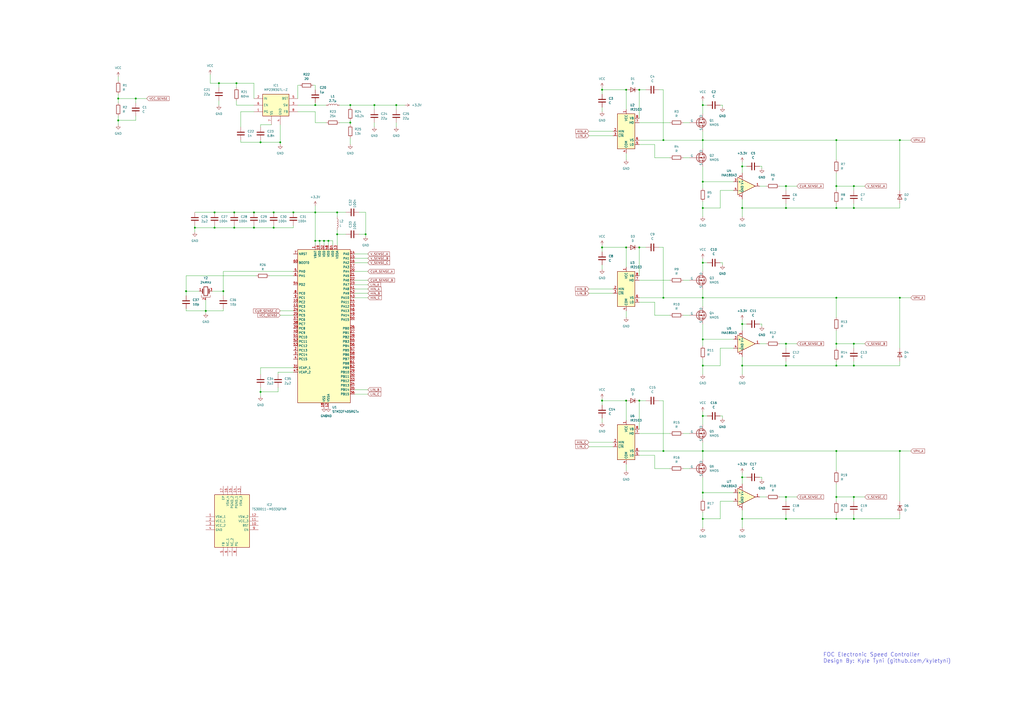
<source format=kicad_sch>
(kicad_sch (version 20230121) (generator eeschema)
  (paper "A2")
  (junction (at 212.09 135.89))
  (junction (at 363.22 143.51))
  (junction (at 129.54 168.91))
  (junction (at 495.3 288.29))
  (junction (at 407.67 285.75))
  (junction (at 363.22 232.41))
  (junction (at 124.46 132.08))
  (junction (at 217.17 60.96))
  (junction (at 135.89 123.19))
  (junction (at 68.58 69.85))
  (junction (at 137.16 48.26))
  (junction (at 124.46 123.19))
  (junction (at 182.88 123.19))
  (junction (at 407.67 172.72))
  (junction (at 187.96 139.7))
  (junction (at 485.14 199.39))
  (junction (at 407.67 261.62))
  (junction (at 158.75 123.19))
  (junction (at 485.14 212.09))
  (junction (at 407.67 196.85))
  (junction (at 107.95 168.91))
  (junction (at 349.25 232.41))
  (junction (at 370.84 232.41))
  (junction (at 455.93 120.65))
  (junction (at 495.3 107.95))
  (junction (at 430.53 300.99))
  (junction (at 151.13 82.55))
  (junction (at 455.93 107.95))
  (junction (at 430.53 96.52))
  (junction (at 370.84 52.07))
  (junction (at 384.81 81.28))
  (junction (at 485.14 172.72))
  (junction (at 407.67 105.41))
  (junction (at 68.58 57.15))
  (junction (at 407.67 60.96))
  (junction (at 407.67 120.65))
  (junction (at 521.97 261.62))
  (junction (at 182.88 139.7))
  (junction (at 495.3 199.39))
  (junction (at 203.2 60.96))
  (junction (at 407.67 81.28))
  (junction (at 407.67 212.09))
  (junction (at 349.25 52.07))
  (junction (at 363.22 52.07))
  (junction (at 407.67 300.99))
  (junction (at 147.32 123.19))
  (junction (at 151.13 227.33))
  (junction (at 190.5 139.7))
  (junction (at 455.93 212.09))
  (junction (at 521.97 81.28))
  (junction (at 407.67 241.3))
  (junction (at 195.58 123.19))
  (junction (at 182.88 60.96))
  (junction (at 135.89 132.08))
  (junction (at 407.67 152.4))
  (junction (at 203.2 71.12))
  (junction (at 170.18 123.19))
  (junction (at 119.38 180.34))
  (junction (at 113.03 132.08))
  (junction (at 485.14 300.99))
  (junction (at 485.14 261.62))
  (junction (at 430.53 187.96))
  (junction (at 430.53 276.86))
  (junction (at 485.14 120.65))
  (junction (at 430.53 120.65))
  (junction (at 485.14 288.29))
  (junction (at 147.32 132.08))
  (junction (at 485.14 107.95))
  (junction (at 495.3 212.09))
  (junction (at 370.84 143.51))
  (junction (at 495.3 120.65))
  (junction (at 384.81 172.72))
  (junction (at 158.75 132.08))
  (junction (at 430.53 212.09))
  (junction (at 455.93 300.99))
  (junction (at 485.14 81.28))
  (junction (at 127 48.26))
  (junction (at 195.58 135.89))
  (junction (at 78.74 57.15))
  (junction (at 349.25 143.51))
  (junction (at 495.3 300.99))
  (junction (at 162.56 82.55))
  (junction (at 384.81 261.62))
  (junction (at 185.42 139.7))
  (junction (at 229.87 60.96))
  (junction (at 521.97 172.72))
  (junction (at 455.93 199.39))
  (junction (at 455.93 288.29))
  (wire (pts (xy 379.73 91.44) (xy 388.62 91.44)))
  (wire (pts (xy 147.32 60.96) (xy 137.16 60.96)))
  (wire (pts (xy 127 48.26) (xy 137.16 48.26)))
  (wire (pts (xy 455.93 199.39) (xy 455.93 201.93)))
  (wire (pts (xy 495.3 288.29) (xy 501.65 288.29)))
  (wire (pts (xy 208.28 123.19) (xy 212.09 123.19)))
  (wire (pts (xy 485.14 212.09) (xy 495.3 212.09)))
  (wire (pts (xy 139.7 64.77) (xy 139.7 73.66)))
  (wire (pts (xy 341.63 256.54) (xy 355.6 256.54)))
  (wire (pts (xy 151.13 72.39) (xy 151.13 73.66)))
  (wire (pts (xy 78.74 69.85) (xy 68.58 69.85)))
  (wire (pts (xy 370.84 81.28) (xy 384.81 81.28)))
  (wire (pts (xy 485.14 288.29) (xy 485.14 290.83)))
  (wire (pts (xy 172.72 49.53) (xy 172.72 57.15)))
  (wire (pts (xy 521.97 172.72) (xy 528.32 172.72)))
  (wire (pts (xy 407.67 58.42) (xy 407.67 60.96)))
  (wire (pts (xy 162.56 83.82) (xy 162.56 82.55)))
  (wire (pts (xy 124.46 132.08) (xy 135.89 132.08)))
  (wire (pts (xy 203.2 71.12) (xy 203.2 72.39)))
  (wire (pts (xy 485.14 81.28) (xy 521.97 81.28)))
  (wire (pts (xy 129.54 157.48) (xy 170.18 157.48)))
  (wire (pts (xy 455.93 107.95) (xy 452.12 107.95)))
  (wire (pts (xy 430.53 120.65) (xy 430.53 125.73)))
  (wire (pts (xy 203.2 62.23) (xy 203.2 60.96)))
  (wire (pts (xy 203.2 69.85) (xy 203.2 71.12)))
  (wire (pts (xy 349.25 143.51) (xy 363.22 143.51)))
  (wire (pts (xy 147.32 123.19) (xy 158.75 123.19)))
  (wire (pts (xy 495.3 300.99) (xy 495.3 298.45)))
  (wire (pts (xy 107.95 180.34) (xy 119.38 180.34)))
  (wire (pts (xy 430.53 185.42) (xy 430.53 187.96)))
  (wire (pts (xy 430.53 276.86) (xy 430.53 280.67)))
  (wire (pts (xy 441.96 187.96) (xy 441.96 189.23)))
  (wire (pts (xy 396.24 182.88) (xy 400.05 182.88)))
  (wire (pts (xy 139.7 64.77) (xy 147.32 64.77)))
  (wire (pts (xy 213.36 157.48) (xy 205.74 157.48)))
  (wire (pts (xy 349.25 52.07) (xy 349.25 54.61)))
  (wire (pts (xy 195.58 135.89) (xy 200.66 135.89)))
  (wire (pts (xy 182.88 60.96) (xy 182.88 59.69)))
  (wire (pts (xy 407.67 76.2) (xy 407.67 81.28)))
  (wire (pts (xy 455.93 118.11) (xy 455.93 120.65)))
  (wire (pts (xy 419.1 152.4) (xy 419.1 153.67)))
  (wire (pts (xy 158.75 132.08) (xy 158.75 130.81)))
  (wire (pts (xy 158.75 123.19) (xy 170.18 123.19)))
  (wire (pts (xy 217.17 73.66) (xy 217.17 71.12)))
  (wire (pts (xy 182.88 49.53) (xy 182.88 52.07)))
  (wire (pts (xy 417.83 300.99) (xy 407.67 300.99)))
  (wire (pts (xy 213.36 172.72) (xy 205.74 172.72)))
  (wire (pts (xy 485.14 172.72) (xy 521.97 172.72)))
  (wire (pts (xy 430.53 120.65) (xy 455.93 120.65)))
  (wire (pts (xy 384.81 81.28) (xy 407.67 81.28)))
  (wire (pts (xy 217.17 63.5) (xy 217.17 60.96)))
  (wire (pts (xy 349.25 52.07) (xy 349.25 50.8)))
  (wire (pts (xy 213.36 165.1) (xy 205.74 165.1)))
  (wire (pts (xy 407.67 116.84) (xy 407.67 120.65)))
  (wire (pts (xy 455.93 199.39) (xy 462.28 199.39)))
  (wire (pts (xy 485.14 120.65) (xy 485.14 118.11)))
  (wire (pts (xy 113.03 130.81) (xy 113.03 132.08)))
  (wire (pts (xy 407.67 86.36) (xy 407.67 81.28)))
  (wire (pts (xy 213.36 147.32) (xy 205.74 147.32)))
  (wire (pts (xy 127 58.42) (xy 127 60.96)))
  (wire (pts (xy 170.18 130.81) (xy 170.18 132.08)))
  (wire (pts (xy 349.25 232.41) (xy 349.25 231.14)))
  (wire (pts (xy 382.27 52.07) (xy 384.81 52.07)))
  (wire (pts (xy 349.25 52.07) (xy 363.22 52.07)))
  (wire (pts (xy 370.84 162.56) (xy 388.62 162.56)))
  (wire (pts (xy 195.58 135.89) (xy 195.58 142.24)))
  (wire (pts (xy 370.84 71.12) (xy 388.62 71.12)))
  (wire (pts (xy 485.14 191.77) (xy 485.14 199.39)))
  (wire (pts (xy 68.58 72.39) (xy 68.58 69.85)))
  (wire (pts (xy 407.67 241.3) (xy 407.67 246.38)))
  (wire (pts (xy 455.93 107.95) (xy 455.93 110.49)))
  (wire (pts (xy 229.87 73.66) (xy 229.87 71.12)))
  (wire (pts (xy 485.14 280.67) (xy 485.14 288.29)))
  (wire (pts (xy 370.84 232.41) (xy 374.65 232.41)))
  (wire (pts (xy 370.84 264.16) (xy 379.73 264.16)))
  (wire (pts (xy 172.72 64.77) (xy 182.88 64.77)))
  (wire (pts (xy 485.14 120.65) (xy 495.3 120.65)))
  (wire (pts (xy 384.81 261.62) (xy 407.67 261.62)))
  (wire (pts (xy 341.63 76.2) (xy 355.6 76.2)))
  (wire (pts (xy 182.88 123.19) (xy 182.88 139.7)))
  (wire (pts (xy 217.17 60.96) (xy 229.87 60.96)))
  (wire (pts (xy 430.53 300.99) (xy 455.93 300.99)))
  (wire (pts (xy 182.88 139.7) (xy 182.88 142.24)))
  (wire (pts (xy 78.74 57.15) (xy 85.09 57.15)))
  (wire (pts (xy 407.67 297.18) (xy 407.67 300.99)))
  (wire (pts (xy 363.22 52.07) (xy 363.22 63.5)))
  (wire (pts (xy 151.13 82.55) (xy 151.13 81.28)))
  (wire (pts (xy 485.14 199.39) (xy 485.14 201.93)))
  (wire (pts (xy 495.3 199.39) (xy 495.3 201.93)))
  (wire (pts (xy 137.16 60.96) (xy 137.16 58.42)))
  (wire (pts (xy 370.84 83.82) (xy 379.73 83.82)))
  (wire (pts (xy 363.22 143.51) (xy 363.22 154.94)))
  (wire (pts (xy 485.14 107.95) (xy 485.14 110.49)))
  (wire (pts (xy 203.2 83.82) (xy 203.2 80.01)))
  (wire (pts (xy 196.85 60.96) (xy 203.2 60.96)))
  (wire (pts (xy 419.1 60.96) (xy 419.1 62.23)))
  (wire (pts (xy 349.25 62.23) (xy 349.25 64.77)))
  (wire (pts (xy 382.27 232.41) (xy 384.81 232.41)))
  (wire (pts (xy 495.3 107.95) (xy 495.3 110.49)))
  (wire (pts (xy 430.53 212.09) (xy 455.93 212.09)))
  (wire (pts (xy 455.93 209.55) (xy 455.93 212.09)))
  (wire (pts (xy 425.45 290.83) (xy 417.83 290.83)))
  (wire (pts (xy 430.53 274.32) (xy 430.53 276.86)))
  (wire (pts (xy 407.67 276.86) (xy 407.67 285.75)))
  (wire (pts (xy 135.89 123.19) (xy 147.32 123.19)))
  (wire (pts (xy 379.73 182.88) (xy 388.62 182.88)))
  (wire (pts (xy 407.67 60.96) (xy 407.67 66.04)))
  (wire (pts (xy 455.93 298.45) (xy 455.93 300.99)))
  (wire (pts (xy 485.14 300.99) (xy 495.3 300.99)))
  (wire (pts (xy 440.69 288.29) (xy 444.5 288.29)))
  (wire (pts (xy 182.88 60.96) (xy 189.23 60.96)))
  (wire (pts (xy 407.67 96.52) (xy 407.67 105.41)))
  (wire (pts (xy 379.73 175.26) (xy 379.73 182.88)))
  (wire (pts (xy 68.58 44.45) (xy 68.58 46.99)))
  (wire (pts (xy 341.63 167.64) (xy 355.6 167.64)))
  (wire (pts (xy 203.2 60.96) (xy 217.17 60.96)))
  (wire (pts (xy 68.58 57.15) (xy 68.58 59.69)))
  (wire (pts (xy 407.67 261.62) (xy 485.14 261.62)))
  (wire (pts (xy 407.67 105.41) (xy 425.45 105.41)))
  (wire (pts (xy 363.22 232.41) (xy 363.22 243.84)))
  (wire (pts (xy 485.14 300.99) (xy 485.14 298.45)))
  (wire (pts (xy 349.25 232.41) (xy 363.22 232.41)))
  (wire (pts (xy 195.58 133.35) (xy 195.58 135.89)))
  (wire (pts (xy 349.25 232.41) (xy 349.25 234.95)))
  (wire (pts (xy 425.45 201.93) (xy 417.83 201.93)))
  (wire (pts (xy 190.5 139.7) (xy 187.96 139.7)))
  (wire (pts (xy 370.84 143.51) (xy 370.84 160.02)))
  (wire (pts (xy 147.32 132.08) (xy 158.75 132.08)))
  (wire (pts (xy 407.67 105.41) (xy 407.67 109.22)))
  (wire (pts (xy 407.67 152.4) (xy 407.67 157.48)))
  (wire (pts (xy 433.07 276.86) (xy 430.53 276.86)))
  (wire (pts (xy 349.25 143.51) (xy 349.25 142.24)))
  (wire (pts (xy 495.3 120.65) (xy 521.97 120.65)))
  (wire (pts (xy 151.13 72.39) (xy 157.48 72.39)))
  (wire (pts (xy 384.81 172.72) (xy 407.67 172.72)))
  (wire (pts (xy 495.3 107.95) (xy 501.65 107.95)))
  (wire (pts (xy 455.93 199.39) (xy 452.12 199.39)))
  (wire (pts (xy 187.96 139.7) (xy 185.42 139.7)))
  (wire (pts (xy 485.14 212.09) (xy 485.14 209.55)))
  (wire (pts (xy 135.89 132.08) (xy 147.32 132.08)))
  (wire (pts (xy 137.16 48.26) (xy 147.32 48.26)))
  (wire (pts (xy 213.36 170.18) (xy 205.74 170.18)))
  (wire (pts (xy 419.1 241.3) (xy 419.1 242.57)))
  (wire (pts (xy 123.19 168.91) (xy 129.54 168.91)))
  (wire (pts (xy 407.67 196.85) (xy 407.67 200.66)))
  (wire (pts (xy 441.96 276.86) (xy 441.96 278.13)))
  (wire (pts (xy 495.3 120.65) (xy 495.3 118.11)))
  (wire (pts (xy 162.56 182.88) (xy 170.18 182.88)))
  (wire (pts (xy 407.67 300.99) (xy 407.67 306.07)))
  (wire (pts (xy 78.74 57.15) (xy 78.74 59.69)))
  (wire (pts (xy 182.88 119.38) (xy 182.88 123.19)))
  (wire (pts (xy 161.29 224.79) (xy 161.29 227.33)))
  (wire (pts (xy 182.88 71.12) (xy 189.23 71.12)))
  (wire (pts (xy 396.24 271.78) (xy 400.05 271.78)))
  (wire (pts (xy 433.07 187.96) (xy 430.53 187.96)))
  (wire (pts (xy 193.04 139.7) (xy 190.5 139.7)))
  (wire (pts (xy 430.53 207.01) (xy 430.53 212.09)))
  (wire (pts (xy 495.3 212.09) (xy 495.3 209.55)))
  (wire (pts (xy 407.67 81.28) (xy 485.14 81.28)))
  (wire (pts (xy 172.72 60.96) (xy 182.88 60.96)))
  (wire (pts (xy 485.14 261.62) (xy 485.14 273.05)))
  (wire (pts (xy 182.88 123.19) (xy 195.58 123.19)))
  (wire (pts (xy 417.83 110.49) (xy 417.83 120.65)))
  (wire (pts (xy 229.87 60.96) (xy 234.95 60.96)))
  (wire (pts (xy 182.88 64.77) (xy 182.88 71.12)))
  (wire (pts (xy 151.13 213.36) (xy 151.13 217.17)))
  (wire (pts (xy 455.93 120.65) (xy 485.14 120.65)))
  (wire (pts (xy 396.24 91.44) (xy 400.05 91.44)))
  (wire (pts (xy 156.21 160.02) (xy 170.18 160.02)))
  (wire (pts (xy 185.42 139.7) (xy 182.88 139.7)))
  (wire (pts (xy 68.58 54.61) (xy 68.58 57.15)))
  (wire (pts (xy 119.38 180.34) (xy 129.54 180.34)))
  (wire (pts (xy 485.14 107.95) (xy 495.3 107.95)))
  (wire (pts (xy 430.53 93.98) (xy 430.53 96.52)))
  (wire (pts (xy 417.83 241.3) (xy 419.1 241.3)))
  (wire (pts (xy 521.97 172.72) (xy 521.97 201.93)))
  (wire (pts (xy 440.69 276.86) (xy 441.96 276.86)))
  (wire (pts (xy 407.67 167.64) (xy 407.67 172.72)))
  (wire (pts (xy 129.54 168.91) (xy 129.54 157.48)))
  (wire (pts (xy 379.73 83.82) (xy 379.73 91.44)))
  (wire (pts (xy 382.27 143.51) (xy 384.81 143.51)))
  (wire (pts (xy 147.32 130.81) (xy 147.32 132.08)))
  (wire (pts (xy 485.14 81.28) (xy 485.14 92.71)))
  (wire (pts (xy 113.03 134.62) (xy 113.03 132.08)))
  (wire (pts (xy 137.16 50.8) (xy 137.16 48.26)))
  (wire (pts (xy 121.92 48.26) (xy 121.92 43.18)))
  (wire (pts (xy 107.95 160.02) (xy 148.59 160.02)))
  (wire (pts (xy 190.5 142.24) (xy 190.5 139.7)))
  (wire (pts (xy 370.84 251.46) (xy 388.62 251.46)))
  (wire (pts (xy 151.13 82.55) (xy 162.56 82.55)))
  (wire (pts (xy 170.18 213.36) (xy 151.13 213.36)))
  (wire (pts (xy 68.58 57.15) (xy 78.74 57.15)))
  (wire (pts (xy 182.88 49.53) (xy 181.61 49.53)))
  (wire (pts (xy 485.14 288.29) (xy 495.3 288.29)))
  (wire (pts (xy 379.73 264.16) (xy 379.73 271.78)))
  (wire (pts (xy 430.53 295.91) (xy 430.53 300.99)))
  (wire (pts (xy 370.84 261.62) (xy 384.81 261.62)))
  (wire (pts (xy 440.69 107.95) (xy 444.5 107.95)))
  (wire (pts (xy 195.58 123.19) (xy 200.66 123.19)))
  (wire (pts (xy 440.69 187.96) (xy 441.96 187.96)))
  (wire (pts (xy 396.24 71.12) (xy 400.05 71.12)))
  (wire (pts (xy 370.84 232.41) (xy 370.84 248.92)))
  (wire (pts (xy 213.36 152.4) (xy 205.74 152.4)))
  (wire (pts (xy 68.58 69.85) (xy 68.58 67.31)))
  (wire (pts (xy 124.46 123.19) (xy 135.89 123.19)))
  (wire (pts (xy 407.67 196.85) (xy 425.45 196.85)))
  (wire (pts (xy 208.28 135.89) (xy 212.09 135.89)))
  (wire (pts (xy 407.67 212.09) (xy 407.67 217.17)))
  (wire (pts (xy 521.97 261.62) (xy 528.32 261.62)))
  (wire (pts (xy 151.13 229.87) (xy 151.13 227.33)))
  (wire (pts (xy 78.74 69.85) (xy 78.74 67.31)))
  (wire (pts (xy 495.3 212.09) (xy 521.97 212.09)))
  (wire (pts (xy 129.54 168.91) (xy 129.54 171.45)))
  (wire (pts (xy 173.99 49.53) (xy 172.72 49.53)))
  (wire (pts (xy 440.69 96.52) (xy 441.96 96.52)))
  (wire (pts (xy 212.09 123.19) (xy 212.09 135.89)))
  (wire (pts (xy 407.67 172.72) (xy 485.14 172.72)))
  (wire (pts (xy 185.42 142.24) (xy 185.42 139.7)))
  (wire (pts (xy 349.25 242.57) (xy 349.25 245.11)))
  (wire (pts (xy 485.14 100.33) (xy 485.14 107.95)))
  (wire (pts (xy 521.97 209.55) (xy 521.97 212.09)))
  (wire (pts (xy 187.96 142.24) (xy 187.96 139.7)))
  (wire (pts (xy 455.93 107.95) (xy 462.28 107.95)))
  (wire (pts (xy 521.97 298.45) (xy 521.97 300.99)))
  (wire (pts (xy 349.25 143.51) (xy 349.25 146.05)))
  (wire (pts (xy 417.83 60.96) (xy 419.1 60.96)))
  (wire (pts (xy 363.22 269.24) (xy 363.22 273.05)))
  (wire (pts (xy 455.93 212.09) (xy 485.14 212.09)))
  (wire (pts (xy 407.67 208.28) (xy 407.67 212.09)))
  (wire (pts (xy 407.67 177.8) (xy 407.67 172.72)))
  (wire (pts (xy 363.22 88.9) (xy 363.22 92.71)))
  (wire (pts (xy 124.46 130.81) (xy 124.46 132.08)))
  (wire (pts (xy 170.18 132.08) (xy 158.75 132.08)))
  (wire (pts (xy 161.29 227.33) (xy 151.13 227.33)))
  (wire (pts (xy 430.53 115.57) (xy 430.53 120.65)))
  (wire (pts (xy 193.04 142.24) (xy 193.04 139.7)))
  (wire (pts (xy 370.84 172.72) (xy 384.81 172.72)))
  (wire (pts (xy 521.97 81.28) (xy 521.97 110.49)))
  (wire (pts (xy 407.67 149.86) (xy 407.67 152.4)))
  (wire (pts (xy 521.97 261.62) (xy 521.97 290.83)))
  (wire (pts (xy 170.18 123.19) (xy 182.88 123.19)))
  (wire (pts (xy 349.25 153.67) (xy 349.25 156.21)))
  (wire (pts (xy 455.93 288.29) (xy 455.93 290.83)))
  (wire (pts (xy 107.95 179.07) (xy 107.95 180.34)))
  (wire (pts (xy 139.7 82.55) (xy 151.13 82.55)))
  (wire (pts (xy 396.24 251.46) (xy 400.05 251.46)))
  (wire (pts (xy 121.92 48.26) (xy 127 48.26)))
  (wire (pts (xy 161.29 215.9) (xy 161.29 217.17)))
  (wire (pts (xy 119.38 181.61) (xy 119.38 180.34)))
  (wire (pts (xy 407.67 256.54) (xy 407.67 261.62)))
  (wire (pts (xy 417.83 152.4) (xy 419.1 152.4)))
  (wire (pts (xy 139.7 82.55) (xy 139.7 81.28)))
  (wire (pts (xy 410.21 152.4) (xy 407.67 152.4)))
  (wire (pts (xy 441.96 96.52) (xy 441.96 97.79)))
  (wire (pts (xy 113.03 123.19) (xy 124.46 123.19)))
  (wire (pts (xy 341.63 170.18) (xy 355.6 170.18)))
  (wire (pts (xy 196.85 71.12) (xy 203.2 71.12)))
  (wire (pts (xy 417.83 120.65) (xy 407.67 120.65)))
  (wire (pts (xy 495.3 300.99) (xy 521.97 300.99)))
  (wire (pts (xy 433.07 96.52) (xy 430.53 96.52)))
  (wire (pts (xy 396.24 162.56) (xy 400.05 162.56)))
  (wire (pts (xy 407.67 120.65) (xy 407.67 125.73)))
  (wire (pts (xy 430.53 187.96) (xy 430.53 191.77)))
  (wire (pts (xy 384.81 261.62) (xy 384.81 232.41)))
  (wire (pts (xy 113.03 132.08) (xy 124.46 132.08)))
  (wire (pts (xy 455.93 300.99) (xy 485.14 300.99)))
  (wire (pts (xy 407.67 238.76) (xy 407.67 241.3)))
  (wire (pts (xy 135.89 130.81) (xy 135.89 132.08)))
  (wire (pts (xy 212.09 135.89) (xy 212.09 137.16)))
  (wire (pts (xy 363.22 180.34) (xy 363.22 184.15)))
  (wire (pts (xy 485.14 172.72) (xy 485.14 184.15)))
  (wire (pts (xy 147.32 48.26) (xy 147.32 57.15)))
  (wire (pts (xy 440.69 199.39) (xy 444.5 199.39)))
  (wire (pts (xy 495.3 199.39) (xy 501.65 199.39)))
  (wire (pts (xy 379.73 271.78) (xy 388.62 271.78)))
  (wire (pts (xy 170.18 215.9) (xy 161.29 215.9)))
  (wire (pts (xy 455.93 288.29) (xy 462.28 288.29)))
  (wire (pts (xy 485.14 199.39) (xy 495.3 199.39)))
  (wire (pts (xy 407.67 266.7) (xy 407.67 261.62)))
  (wire (pts (xy 107.95 168.91) (xy 107.95 160.02)))
  (wire (pts (xy 485.14 261.62) (xy 521.97 261.62)))
  (wire (pts (xy 213.36 149.86) (xy 205.74 149.86)))
  (wire (pts (xy 407.67 285.75) (xy 407.67 289.56)))
  (wire (pts (xy 370.84 52.07) (xy 370.84 68.58)))
  (wire (pts (xy 151.13 227.33) (xy 151.13 224.79)))
  (wire (pts (xy 195.58 123.19) (xy 195.58 125.73)))
  (wire (pts (xy 370.84 52.07) (xy 374.65 52.07)))
  (wire (pts (xy 430.53 212.09) (xy 430.53 217.17)))
  (wire (pts (xy 521.97 81.28) (xy 528.32 81.28)))
  (wire (pts (xy 407.67 285.75) (xy 425.45 285.75)))
  (wire (pts (xy 417.83 212.09) (xy 407.67 212.09)))
  (wire (pts (xy 129.54 179.07) (xy 129.54 180.34)))
  (wire (pts (xy 417.83 290.83) (xy 417.83 300.99)))
  (wire (pts (xy 410.21 241.3) (xy 407.67 241.3)))
  (wire (pts (xy 430.53 96.52) (xy 430.53 100.33)))
  (wire (pts (xy 119.38 173.99) (xy 119.38 180.34)))
  (wire (pts (xy 455.93 288.29) (xy 452.12 288.29)))
  (wire (pts (xy 213.36 228.6) (xy 205.74 228.6)))
  (wire (pts (xy 115.57 168.91) (xy 107.95 168.91)))
  (wire (pts (xy 127 50.8) (xy 127 48.26)))
  (wire (pts (xy 384.81 172.72) (xy 384.81 143.51)))
  (wire (pts (xy 229.87 63.5) (xy 229.87 60.96)))
  (wire (pts (xy 370.84 143.51) (xy 374.65 143.51)))
  (wire (pts (xy 341.63 259.08) (xy 355.6 259.08)))
  (wire (pts (xy 417.83 201.93) (xy 417.83 212.09)))
  (wire (pts (xy 495.3 288.29) (xy 495.3 290.83)))
  (wire (pts (xy 521.97 118.11) (xy 521.97 120.65)))
  (wire (pts (xy 341.63 78.74) (xy 355.6 78.74)))
  (wire (pts (xy 162.56 72.39) (xy 162.56 82.55)))
  (wire (pts (xy 407.67 187.96) (xy 407.67 196.85)))
  (wire (pts (xy 384.81 81.28) (xy 384.81 52.07)))
  (wire (pts (xy 213.36 167.64) (xy 205.74 167.64)))
  (wire (pts (xy 213.36 162.56) (xy 205.74 162.56)))
  (wire (pts (xy 370.84 175.26) (xy 379.73 175.26)))
  (wire (pts (xy 410.21 60.96) (xy 407.67 60.96)))
  (wire (pts (xy 107.95 168.91) (xy 107.95 171.45)))
  (wire (pts (xy 213.36 226.06) (xy 205.74 226.06)))
  (wire (pts (xy 425.45 110.49) (xy 417.83 110.49)))
  (wire (pts (xy 170.18 180.34) (xy 162.56 180.34)))
  (wire (pts (xy 430.53 300.99) (xy 430.53 306.07)))
  (text "FOC Electronic Speed Controller\nDesign By: Kyle Tyni (github.com/kyletyni)" (at 477.52 384.81 0) (effects (font (size 2.27 2.27)) (justify left bottom)))
  (global_label "HIN_B" (shape input) (at 213.36 170.18 0) (property "Intersheetrefs" "${INTERSHEET_REFS}" (effects hide)))
  (global_label "VCC_SENSE" (shape input) (at 162.56 182.88 180) (property "Intersheetrefs" "${INTERSHEET_REFS}" (effects hide)))
  (global_label "HIN_A" (shape input) (at 341.63 76.2 180) (property "Intersheetrefs" "${INTERSHEET_REFS}" (effects hide)))
  (global_label "LIN_A" (shape input) (at 213.36 165.1 0) (property "Intersheetrefs" "${INTERSHEET_REFS}" (effects hide)))
  (global_label "HIN_C" (shape input) (at 341.63 256.54 180) (property "Intersheetrefs" "${INTERSHEET_REFS}" (effects hide)))
  (global_label "LIN_C" (shape input) (at 341.63 259.08 180) (property "Intersheetrefs" "${INTERSHEET_REFS}" (effects hide)))
  (global_label "CUR_SENSE_C" (shape input) (at 162.56 180.34 180) (property "Intersheetrefs" "${INTERSHEET_REFS}" (effects hide)))
  (global_label "CUR_SENSE_C" (shape input) (at 462.28 288.29 0) (property "Intersheetrefs" "${INTERSHEET_REFS}" (effects hide)))
  (global_label "VPH_A" (shape input) (at 528.32 261.62 0) (property "Intersheetrefs" "${INTERSHEET_REFS}" (effects hide)))
  (global_label "V_SENSE_B" (shape input) (at 213.36 149.86 0) (property "Intersheetrefs" "${INTERSHEET_REFS}" (effects hide)))
  (global_label "LIN_A" (shape input) (at 341.63 78.74 180) (property "Intersheetrefs" "${INTERSHEET_REFS}" (effects hide)))
  (global_label "V_SENSE_C" (shape input) (at 213.36 152.4 0) (property "Intersheetrefs" "${INTERSHEET_REFS}" (effects hide)))
  (global_label "V_SENSE_A" (shape input) (at 501.65 107.95 0) (property "Intersheetrefs" "${INTERSHEET_REFS}" (effects hide)))
  (global_label "CUR_SENSE_B" (shape input) (at 462.28 199.39 0) (property "Intersheetrefs" "${INTERSHEET_REFS}" (effects hide)))
  (global_label "CUR_SENSE_B" (shape input) (at 213.36 162.56 0) (property "Intersheetrefs" "${INTERSHEET_REFS}" (effects hide)))
  (global_label "HIN_A" (shape input) (at 213.36 167.64 0) (property "Intersheetrefs" "${INTERSHEET_REFS}" (effects hide)))
  (global_label "CUR_SENSE_A" (shape input) (at 213.36 157.48 0) (property "Intersheetrefs" "${INTERSHEET_REFS}" (effects hide)))
  (global_label "LIN_B" (shape input) (at 341.63 170.18 180) (property "Intersheetrefs" "${INTERSHEET_REFS}" (effects hide)))
  (global_label "CUR_SENSE_A" (shape input) (at 462.28 107.95 0) (property "Intersheetrefs" "${INTERSHEET_REFS}" (effects hide)))
  (global_label "HIN_C" (shape input) (at 213.36 172.72 0) (property "Intersheetrefs" "${INTERSHEET_REFS}" (effects hide)))
  (global_label "LIN_C" (shape input) (at 213.36 228.6 0) (property "Intersheetrefs" "${INTERSHEET_REFS}" (effects hide)))
  (global_label "VPH_A" (shape input) (at 528.32 172.72 0) (property "Intersheetrefs" "${INTERSHEET_REFS}" (effects hide)))
  (global_label "LIN_B" (shape input) (at 213.36 226.06 0) (property "Intersheetrefs" "${INTERSHEET_REFS}" (effects hide)))
  (global_label "V_SENSE_A" (shape input) (at 213.36 147.32 0) (property "Intersheetrefs" "${INTERSHEET_REFS}" (effects hide)))
  (global_label "VCC_SENSE" (shape input) (at 85.09 57.15 0) (property "Intersheetrefs" "${INTERSHEET_REFS}" (effects hide)))
  (global_label "VPH_A" (shape input) (at 528.32 81.28 0) (property "Intersheetrefs" "${INTERSHEET_REFS}" (effects hide)))
  (global_label "HIN_B" (shape input) (at 341.63 167.64 180) (property "Intersheetrefs" "${INTERSHEET_REFS}" (effects hide)))
  (global_label "V_SENSE_C" (shape input) (at 501.65 288.29 0) (property "Intersheetrefs" "${INTERSHEET_REFS}" (effects hide)))
  (global_label "V_SENSE_B" (shape input) (at 501.65 199.39 0) (property "Intersheetrefs" "${INTERSHEET_REFS}" (effects hide)))
  (symbol (lib_id "Simulation_SPICE:NMOS") (at 405.13 182.88 0) (unit 1)
    (property "Reference" "Q4" (at 411.48 181.61 0) (effects (justify left)))
    (property "Value" "NMOS" (at 411.48 184.15 0) (effects (justify left)))
    (property "Datasheet" "https://ngspice.sourceforge.io/docs/ngspice-manual.pdf" (effects hide))
    (property "Sim.Device" "NMOS" (effects hide))
    (property "Sim.Type" "VDMOS" (effects hide))
    (property "Sim.Pins" "1=D 2=G 3=S" (effects hide))
  )
  (symbol (lib_id "Driver_FET:IR2103") (at 363.22 167.64 0) (unit 1)
    (property "Reference" "U3" (at 365.4141 152.4 0) (effects (justify left)))
    (property "Value" "IR2103" (at 365.4141 154.94 0) (effects (justify left)))
    (property "Footprint" "Package_SO:SOIC-8_3.9x4.9mm_P1.27mm" (effects hide))
    (property "Datasheet" "https://www.infineon.com/dgdl/ir2103.pdf?fileId=5546d462533600a4015355c7b54b166f" (effects hide))
  )
  (symbol (lib_id "Device:R") (at 392.43 182.88 90) (unit 1)
    (property "Reference" "R10" (at 392.43 176.53 90))
    (property "Value" "R" (at 392.43 179.07 90))
  )
  (symbol (lib_id "Device:R") (at 485.14 294.64 0) (unit 1)
    (property "Reference" "R20" (at 487.68 293.37 0) (effects (justify left)))
    (property "Value" "R" (at 487.68 295.91 0) (effects (justify left)))
  )
  (symbol (lib_id "Simulation_SPICE:NMOS") (at 405.13 271.78 0) (unit 1)
    (property "Reference" "Q6" (at 411.48 270.51 0) (effects (justify left)))
    (property "Value" "NMOS" (at 411.48 273.05 0) (effects (justify left)))
    (property "Datasheet" "https://ngspice.sourceforge.io/docs/ngspice-manual.pdf" (effects hide))
    (property "Sim.Device" "NMOS" (effects hide))
    (property "Sim.Type" "VDMOS" (effects hide))
    (property "Sim.Pins" "1=D 2=G 3=S" (effects hide))
  )
  (symbol (lib_id "Device:R") (at 407.67 293.37 180) (unit 1)
    (property "Reference" "R17" (at 410.21 292.1 0) (effects (justify right)))
    (property "Value" "R" (at 410.21 294.64 0) (effects (justify right)))
  )
  (symbol (lib_id "Device:C") (at 495.3 294.64 180) (unit 1)
    (property "Reference" "C19" (at 499.11 293.37 0) (effects (justify right)))
    (property "Value" "C" (at 499.11 295.91 0) (effects (justify right)))
  )
  (symbol (lib_id "Device:C") (at 158.75 127 180) (unit 1)
    (property "Reference" "C30" (at 166.37 125.73 0) (effects (justify left)))
    (property "Value" "100n" (at 166.37 128.27 0) (effects (justify left)))
  )
  (symbol (lib_id "Device:C") (at 414.02 241.3 270) (unit 1)
    (property "Reference" "C16" (at 414.02 233.68 90))
    (property "Value" "C" (at 414.02 236.22 90))
  )
  (symbol (lib_id "Device:R") (at 68.58 50.8 0) (unit 1)
    (property "Reference" "R1" (at 71.12 49.53 0) (effects (justify left)))
    (property "Value" "R" (at 71.12 52.07 0) (effects (justify left)))
  )
  (symbol (lib_id "power:GND") (at 119.38 181.61 0) (unit 1)
    (property "Reference" "#PWR037" (effects hide))
    (property "Value" "GND" (at 119.38 186.69 0))
  )
  (symbol (lib_id "Device:C") (at 170.18 127 180) (unit 1)
    (property "Reference" "C31" (at 177.8 125.73 0) (effects (justify left)))
    (property "Value" "100n" (at 177.8 128.27 0) (effects (justify left)))
  )
  (symbol (lib_id "power:GND") (at 127 60.96 0) (unit 1)
    (property "Reference" "#PWR032" (effects hide))
    (property "Value" "GND" (at 127 66.04 0))
  )
  (symbol (lib_id "TS30011-M033QFNR:TS30011-M033QFNR") (at 119.38 299.72 0) (unit 1)
    (property "Reference" "IC2" (at 156.21 292.7919 0))
    (property "Value" "TS30011-M033QFNR" (at 156.21 295.3319 0))
    (property "Footprint" "QFN50P300X300X100-17N-D" (effects hide))
    (property "Height" "1" (effects hide))
    (property "Mouser Part Number" "947-TS30011-M033QFNR" (effects hide))
    (property "Mouser Price/Stock" "https://www.mouser.co.uk/ProductDetail/Semtech/TS30011-M033QFNR?qs=EumP11lMQtPTVwa8jI%252BACw%3D%3D" (effects hide))
    (property "Manufacturer_Name" "SEMTECH" (effects hide))
    (property "Manufacturer_Part_Number" "TS30011-M033QFNR" (effects hide))
  )
  (symbol (lib_id "Device:R") (at 392.43 162.56 90) (unit 1)
    (property "Reference" "R9" (at 392.43 156.21 90))
    (property "Value" "R" (at 392.43 158.75 90))
  )
  (symbol (lib_id "power:GND") (at 430.53 217.17 0) (unit 1)
    (property "Reference" "#PWR019" (effects hide))
    (property "Value" "GND" (at 430.53 222.25 0))
  )
  (symbol (lib_id "Device:C") (at 217.17 67.31 180) (unit 1)
    (property "Reference" "C24" (at 224.79 66.04 0) (effects (justify left)))
    (property "Value" "22µ" (at 224.79 68.58 0) (effects (justify left)))
  )
  (symbol (lib_id "Device:C") (at 139.7 77.47 0) (unit 1)
    (property "Reference" "C22" (at 143.51 76.2 0) (effects (justify left)))
    (property "Value" "1n" (at 143.51 78.74 0) (effects (justify left)))
  )
  (symbol (lib_id "power:GND") (at 217.17 73.66 0) (unit 1)
    (property "Reference" "#PWR034" (effects hide))
    (property "Value" "GND" (at 217.17 78.74 0))
  )
  (symbol (lib_id "power:+3.3V") (at 430.53 185.42 0) (unit 1)
    (property "Reference" "#PWR018" (effects hide))
    (property "Value" "+3.3V" (at 430.53 180.34 0))
  )
  (symbol (lib_id "Device:C") (at 204.47 135.89 270) (unit 1)
    (property "Reference" "C33" (at 203.2 128.27 0) (effects (justify left)))
    (property "Value" "100n" (at 205.74 128.27 0) (effects (justify left)))
  )
  (symbol (lib_id "power:+3.3V") (at 430.53 274.32 0) (unit 1)
    (property "Reference" "#PWR027" (effects hide))
    (property "Value" "+3.3V" (at 430.53 269.24 0))
  )
  (symbol (lib_id "Device:C") (at 436.88 187.96 90) (unit 1)
    (property "Reference" "C11" (at 436.88 180.34 90))
    (property "Value" "C" (at 436.88 182.88 90))
  )
  (symbol (lib_id "Device:C") (at 135.89 127 180) (unit 1)
    (property "Reference" "C28" (at 143.51 125.73 0) (effects (justify left)))
    (property "Value" "100n" (at 143.51 128.27 0) (effects (justify left)))
  )
  (symbol (lib_id "Device:C") (at 129.54 175.26 180) (unit 1)
    (property "Reference" "C36" (at 137.16 173.99 0) (effects (justify left)))
    (property "Value" "10p" (at 137.16 176.53 0) (effects (justify left)))
  )
  (symbol (lib_id "Device:R") (at 448.31 288.29 270) (unit 1)
    (property "Reference" "R18" (at 448.31 281.94 90))
    (property "Value" "R" (at 448.31 284.48 90))
  )
  (symbol (lib_id "Device:R") (at 485.14 276.86 0) (unit 1)
    (property "Reference" "R19" (at 487.68 275.59 0) (effects (justify left)))
    (property "Value" "R" (at 487.68 278.13 0) (effects (justify left)))
  )
  (symbol (lib_id "Device:R") (at 407.67 204.47 180) (unit 1)
    (property "Reference" "R11" (at 410.21 203.2 0) (effects (justify right)))
    (property "Value" "R" (at 410.21 205.74 0) (effects (justify right)))
  )
  (symbol (lib_id "power:GND") (at 212.09 137.16 0) (unit 1)
    (property "Reference" "#PWR041" (effects hide))
    (property "Value" "GND" (at 212.09 142.24 0))
  )
  (symbol (lib_id "power:GND") (at 190.5 236.22 0) (unit 1)
    (property "Reference" "#PWR042" (effects hide))
    (property "Value" "GND" (at 190.5 241.3 0))
  )
  (symbol (lib_id "power:VCC") (at 407.67 58.42 0) (unit 1)
    (property "Reference" "#PWR03" (effects hide))
    (property "Value" "VCC" (at 407.67 53.34 0))
  )
  (symbol (lib_id "power:VCC") (at 349.25 50.8 0) (unit 1)
    (property "Reference" "#PWR06" (effects hide))
    (property "Value" "VCC" (at 349.25 45.72 0))
  )
  (symbol (lib_id "Device:C") (at 378.46 52.07 270) (unit 1)
    (property "Reference" "C4" (at 378.46 44.45 90))
    (property "Value" "C" (at 378.46 46.99 90))
  )
  (symbol (lib_id "Device:C") (at 204.47 123.19 270) (unit 1)
    (property "Reference" "C32" (at 203.2 115.57 0) (effects (justify left)))
    (property "Value" "100n" (at 205.74 115.57 0) (effects (justify left)))
  )
  (symbol (lib_id "Device:C") (at 455.93 205.74 180) (unit 1)
    (property "Reference" "C12" (at 459.74 204.47 0) (effects (justify right)))
    (property "Value" "C" (at 459.74 207.01 0) (effects (justify right)))
  )
  (symbol (lib_id "power:VCC") (at 121.92 43.18 0) (unit 1)
    (property "Reference" "#PWR030" (effects hide))
    (property "Value" "VCC" (at 121.92 38.1 0))
  )
  (symbol (lib_id "power:GND") (at 407.67 217.17 0) (unit 1)
    (property "Reference" "#PWR016" (effects hide))
    (property "Value" "GND" (at 407.67 222.25 0))
  )
  (symbol (lib_id "Device:C") (at 127 54.61 0) (unit 1)
    (property "Reference" "C21" (at 118.11 52.07 0) (effects (justify left)))
    (property "Value" "22µ" (at 118.11 54.61 0) (effects (justify left)))
  )
  (symbol (lib_id "Device:R") (at 392.43 91.44 90) (unit 1)
    (property "Reference" "R4" (at 392.43 85.09 90))
    (property "Value" "R" (at 392.43 87.63 90))
  )
  (symbol (lib_id "Device:R") (at 485.14 187.96 0) (unit 1)
    (property "Reference" "R13" (at 487.68 186.69 0) (effects (justify left)))
    (property "Value" "R" (at 487.68 189.23 0) (effects (justify left)))
  )
  (symbol (lib_id "Device:C") (at 436.88 96.52 90) (unit 1)
    (property "Reference" "C5" (at 436.88 88.9 90))
    (property "Value" "C" (at 436.88 91.44 90))
  )
  (symbol (lib_id "Device:R") (at 177.8 49.53 90) (unit 1)
    (property "Reference" "R22" (at 177.8 43.18 90))
    (property "Value" "20" (at 177.8 45.72 90))
  )
  (symbol (lib_id "Device:R") (at 485.14 205.74 0) (unit 1)
    (property "Reference" "R14" (at 487.68 204.47 0) (effects (justify left)))
    (property "Value" "R" (at 487.68 207.01 0) (effects (justify left)))
  )
  (symbol (lib_id "Driver_FET:IR2103") (at 363.22 76.2 0) (unit 1)
    (property "Reference" "U2" (at 365.4141 60.96 0) (effects (justify left)))
    (property "Value" "IR2103" (at 365.4141 63.5 0) (effects (justify left)))
    (property "Footprint" "Package_SO:SOIC-8_3.9x4.9mm_P1.27mm" (effects hide))
    (property "Datasheet" "https://www.infineon.com/dgdl/ir2103.pdf?fileId=5546d462533600a4015355c7b54b166f" (effects hide))
  )
  (symbol (lib_id "Device:R") (at 485.14 114.3 0) (unit 1)
    (property "Reference" "R8" (at 487.68 113.03 0) (effects (justify left)))
    (property "Value" "R" (at 487.68 115.57 0) (effects (justify left)))
  )
  (symbol (lib_id "power:GND") (at 407.67 125.73 0) (unit 1)
    (property "Reference" "#PWR05" (effects hide))
    (property "Value" "GND" (at 407.67 130.81 0))
  )
  (symbol (lib_id "Device:R") (at 448.31 199.39 270) (unit 1)
    (property "Reference" "R12" (at 448.31 193.04 90))
    (property "Value" "R" (at 448.31 195.58 90))
  )
  (symbol (lib_id "power:GND") (at 441.96 97.79 0) (unit 1)
    (property "Reference" "#PWR09" (effects hide))
    (property "Value" "GND" (at 441.96 102.87 0))
  )
  (symbol (lib_id "Device:C") (at 414.02 152.4 270) (unit 1)
    (property "Reference" "C10" (at 414.02 144.78 90))
    (property "Value" "C" (at 414.02 147.32 90))
  )
  (symbol (lib_id "Device:C") (at 78.74 63.5 0) (unit 1)
    (property "Reference" "C1" (at 82.55 62.23 0) (effects (justify left)))
    (property "Value" "C" (at 82.55 64.77 0) (effects (justify left)))
  )
  (symbol (lib_id "power:GND") (at 430.53 306.07 0) (unit 1)
    (property "Reference" "#PWR028" (effects hide))
    (property "Value" "GND" (at 430.53 311.15 0))
  )
  (symbol (lib_id "power:+3.3V") (at 234.95 60.96 270) (unit 1)
    (property "Reference" "#PWR033" (effects hide))
    (property "Value" "+3.3V" (at 238.76 60.96 90) (effects (justify left)))
  )
  (symbol (lib_id "power:GND") (at 229.87 73.66 0) (unit 1)
    (property "Reference" "#PWR036" (effects hide))
    (property "Value" "GND" (at 229.87 78.74 0))
  )
  (symbol (lib_id "Device:C") (at 455.93 294.64 180) (unit 1)
    (property "Reference" "C18" (at 459.74 293.37 0) (effects (justify right)))
    (property "Value" "C" (at 459.74 295.91 0) (effects (justify right)))
  )
  (symbol (lib_id "Simulation_SPICE:NMOS") (at 405.13 251.46 0) (unit 1)
    (property "Reference" "Q5" (at 411.48 250.19 0) (effects (justify left)))
    (property "Value" "NMOS" (at 411.48 252.73 0) (effects (justify left)))
    (property "Datasheet" "https://ngspice.sourceforge.io/docs/ngspice-manual.pdf" (effects hide))
    (property "Sim.Device" "NMOS" (effects hide))
    (property "Sim.Type" "VDMOS" (effects hide))
    (property "Sim.Pins" "1=D 2=G 3=S" (effects hide))
  )
  (symbol (lib_id "Device:D") (at 367.03 143.51 180) (unit 1)
    (property "Reference" "D3" (at 367.03 137.16 0))
    (property "Value" "D" (at 367.03 139.7 0))
    (property "Sim.Device" "D" (effects hide))
    (property "Sim.Pins" "1=K 2=A" (effects hide))
  )
  (symbol (lib_id "Device:R") (at 137.16 54.61 0) (unit 1)
    (property "Reference" "R21" (at 139.7 53.34 0) (effects (justify left)))
    (property "Value" "604k" (at 139.7 55.88 0) (effects (justify left)))
  )
  (symbol (lib_id "Device:C") (at 495.3 205.74 180) (unit 1)
    (property "Reference" "C13" (at 499.11 204.47 0) (effects (justify right)))
    (property "Value" "C" (at 499.11 207.01 0) (effects (justify right)))
  )
  (symbol (lib_id "Device:L") (at 193.04 60.96 90) (unit 1)
    (property "Reference" "L1" (at 193.04 55.88 90))
    (property "Value" "2.7µ" (at 193.04 58.42 90))
  )
  (symbol (lib_id "MCU_ST_STM32F4:STM32F405RGTx") (at 187.96 190.5 0) (unit 1)
    (property "Reference" "U1" (at 192.6941 236.22 0) (effects (justify left)))
    (property "Value" "STM32F405RGTx" (at 192.6941 238.76 0) (effects (justify left)))
    (property "Footprint" "Package_QFP:LQFP-64_10x10mm_P0.5mm" (effects hide))
    (property "Datasheet" "https://www.st.com/resource/en/datasheet/stm32f405rg.pdf" (effects hide))
  )
  (symbol (lib_id "Device:C") (at 414.02 60.96 270) (unit 1)
    (property "Reference" "C2" (at 414.02 53.34 90))
    (property "Value" "C" (at 414.02 55.88 90))
  )
  (symbol (lib_id "power:VCC") (at 349.25 142.24 0) (unit 1)
    (property "Reference" "#PWR012" (effects hide))
    (property "Value" "VCC" (at 349.25 137.16 0))
  )
  (symbol (lib_id "Device:C") (at 455.93 114.3 180) (unit 1)
    (property "Reference" "C6" (at 459.74 113.03 0) (effects (justify right)))
    (property "Value" "C" (at 459.74 115.57 0) (effects (justify right)))
  )
  (symbol (lib_id "power:VCC") (at 407.67 149.86 0) (unit 1)
    (property "Reference" "#PWR015" (effects hide))
    (property "Value" "VCC" (at 407.67 144.78 0))
  )
  (symbol (lib_id "Device:R") (at 203.2 76.2 180) (unit 1)
    (property "Reference" "R25" (at 205.74 74.93 0) (effects (justify right)))
    (property "Value" "13k" (at 205.74 77.47 0) (effects (justify right)))
  )
  (symbol (lib_id "Driver_FET:IR2103") (at 363.22 256.54 0) (unit 1)
    (property "Reference" "U6" (at 365.4141 241.3 0) (effects (justify left)))
    (property "Value" "IR2103" (at 365.4141 243.84 0) (effects (justify left)))
    (property "Footprint" "Package_SO:SOIC-8_3.9x4.9mm_P1.27mm" (effects hide))
    (property "Datasheet" "https://www.infineon.com/dgdl/ir2103.pdf?fileId=5546d462533600a4015355c7b54b166f" (effects hide))
  )
  (symbol (lib_id "power:GND") (at 419.1 62.23 0) (unit 1)
    (property "Reference" "#PWR04" (effects hide))
    (property "Value" "GND" (at 419.1 67.31 0))
  )
  (symbol (lib_id "power:GND") (at 363.22 184.15 0) (unit 1)
    (property "Reference" "#PWR014" (effects hide))
    (property "Value" "GND" (at 363.22 189.23 0))
  )
  (symbol (lib_id "Device:C") (at 107.95 175.26 180) (unit 1)
    (property "Reference" "C37" (at 115.57 173.99 0) (effects (justify left)))
    (property "Value" "10p" (at 115.57 176.53 0) (effects (justify left)))
  )
  (symbol (lib_id "Device:C") (at 436.88 276.86 90) (unit 1)
    (property "Reference" "C17" (at 436.88 269.24 90))
    (property "Value" "C" (at 436.88 271.78 90))
  )
  (symbol (lib_id "power:GND") (at 203.2 83.82 0) (unit 1)
    (property "Reference" "#PWR035" (effects hide))
    (property "Value" "GND" (at 203.2 88.9 0))
  )
  (symbol (lib_id "power:GND") (at 113.03 134.62 0) (unit 1)
    (property "Reference" "#PWR040" (effects hide))
    (property "Value" "GND" (at 113.03 139.7 0))
  )
  (symbol (lib_id "Device:C") (at 378.46 232.41 270) (unit 1)
    (property "Reference" "C15" (at 378.46 224.79 90))
    (property "Value" "C" (at 378.46 227.33 90))
  )
  (symbol (lib_id "power:GND") (at 349.25 245.11 0) (unit 1)
    (property "Reference" "#PWR022" (effects hide))
    (property "Value" "GND" (at 349.25 250.19 0))
  )
  (symbol (lib_id "Device:D") (at 521.97 114.3 270) (unit 1)
    (property "Reference" "D2" (at 524.51 113.03 90) (effects (justify left)))
    (property "Value" "D" (at 524.51 115.57 90) (effects (justify left)))
    (property "Sim.Device" "D" (effects hide))
    (property "Sim.Pins" "1=K 2=A" (effects hide))
  )
  (symbol (lib_id "Device:D") (at 521.97 205.74 270) (unit 1)
    (property "Reference" "D4" (at 524.51 204.47 90) (effects (justify left)))
    (property "Value" "D" (at 524.51 207.01 90) (effects (justify left)))
    (property "Sim.Device" "D" (effects hide))
    (property "Sim.Pins" "1=K 2=A" (effects hide))
  )
  (symbol (lib_id "power:VCC") (at 407.67 238.76 0) (unit 1)
    (property "Reference" "#PWR024" (effects hide))
    (property "Value" "VCC" (at 407.67 233.68 0))
  )
  (symbol (lib_id "Simulation_SPICE:NMOS") (at 405.13 71.12 0) (unit 1)
    (property "Reference" "Q1" (at 411.48 69.85 0) (effects (justify left)))
    (property "Value" "NMOS" (at 411.48 72.39 0) (effects (justify left)))
    (property "Datasheet" "https://ngspice.sourceforge.io/docs/ngspice-manual.pdf" (effects hide))
    (property "Sim.Device" "NMOS" (effects hide))
    (property "Sim.Type" "VDMOS" (effects hide))
    (property "Sim.Pins" "1=D 2=G 3=S" (effects hide))
  )
  (symbol (lib_id "Device:C") (at 349.25 58.42 180) (unit 1)
    (property "Reference" "C3" (at 353.06 57.15 0) (effects (justify right)))
    (property "Value" "C" (at 353.06 59.69 0) (effects (justify right)))
  )
  (symbol (lib_id "Device:C") (at 151.13 220.98 180) (unit 1)
    (property "Reference" "C34" (at 158.75 219.71 0) (effects (justify left)))
    (property "Value" "2µ2" (at 158.75 222.25 0) (effects (justify left)))
  )
  (symbol (lib_id "Device:R") (at 448.31 107.95 270) (unit 1)
    (property "Reference" "R6" (at 448.31 101.6 90))
    (property "Value" "R" (at 448.31 104.14 90))
  )
  (symbol (lib_id "Amplifier_Current:INA180A3") (at 433.07 199.39 0) (unit 1)
    (property "Reference" "U5" (at 422.91 190.5 0))
    (property "Value" "INA180A3" (at 422.91 193.04 0))
    (property "Footprint" "Package_TO_SOT_SMD:SOT-23-5" (effects hide))
    (property "Datasheet" "http://www.ti.com/lit/ds/symlink/ina180.pdf" (effects hide))
  )
  (symbol (lib_id "power:GND") (at 419.1 242.57 0) (unit 1)
    (property "Reference" "#PWR026" (effects hide))
    (property "Value" "GND" (at 419.1 247.65 0))
  )
  (symbol (lib_id "power:+3.3V") (at 430.53 93.98 0) (unit 1)
    (property "Reference" "#PWR010" (effects hide))
    (property "Value" "+3.3V" (at 430.53 88.9 0))
  )
  (symbol (lib_id "power:GND") (at 441.96 189.23 0) (unit 1)
    (property "Reference" "#PWR020" (effects hide))
    (property "Value" "GND" (at 441.96 194.31 0))
  )
  (symbol (lib_id "power:GND") (at 363.22 92.71 0) (unit 1)
    (property "Reference" "#PWR08" (effects hide))
    (property "Value" "GND" (at 363.22 97.79 0))
  )
  (symbol (lib_id "Device:Crystal_GND2") (at 119.38 168.91 0) (unit 1)
    (property "Reference" "Y2" (at 119.38 161.29 0))
    (property "Value" "24MHz" (at 119.38 163.83 0))
  )
  (symbol (lib_id "power:+3.3V") (at 182.88 119.38 0) (unit 1)
    (property "Reference" "#PWR039" (effects hide))
    (property "Value" "+3.3V" (at 182.88 114.3 0))
  )
  (symbol (lib_id "power:GND") (at 363.22 273.05 0) (unit 1)
    (property "Reference" "#PWR023" (effects hide))
    (property "Value" "GND" (at 363.22 278.13 0))
  )
  (symbol (lib_id "Device:C") (at 349.25 149.86 180) (unit 1)
    (property "Reference" "C8" (at 353.06 148.59 0) (effects (justify right)))
    (property "Value" "C" (at 353.06 151.13 0) (effects (justify right)))
  )
  (symbol (lib_id "power:GND") (at 187.96 236.22 0) (unit 1)
    (property "Reference" "#PWR038" (effects hide))
    (property "Value" "GND" (at 187.96 241.3 0))
  )
  (symbol (lib_id "Device:R") (at 68.58 63.5 0) (unit 1)
    (property "Reference" "R2" (at 71.12 62.23 0) (effects (justify left)))
    (property "Value" "R" (at 71.12 64.77 0) (effects (justify left)))
  )
  (symbol (lib_id "power:VCC") (at 349.25 231.14 0) (unit 1)
    (property "Reference" "#PWR021" (effects hide))
    (property "Value" "VCC" (at 349.25 226.06 0))
  )
  (symbol (lib_id "Device:R") (at 392.43 271.78 90) (unit 1)
    (property "Reference" "R16" (at 392.43 265.43 90))
    (property "Value" "R" (at 392.43 267.97 90))
  )
  (symbol (lib_id "Simulation_SPICE:NMOS") (at 405.13 162.56 0) (unit 1)
    (property "Reference" "Q3" (at 411.48 161.29 0) (effects (justify left)))
    (property "Value" "NMOS" (at 411.48 163.83 0) (effects (justify left)))
    (property "Datasheet" "https://ngspice.sourceforge.io/docs/ngspice-manual.pdf" (effects hide))
    (property "Sim.Device" "NMOS" (effects hide))
    (property "Sim.Type" "VDMOS" (effects hide))
    (property "Sim.Pins" "1=D 2=G 3=S" (effects hide))
  )
  (symbol (lib_id "Amplifier_Current:INA180A3") (at 433.07 288.29 0) (unit 1)
    (property "Reference" "U7" (at 422.91 279.4 0))
    (property "Value" "INA180A3" (at 422.91 281.94 0))
    (property "Footprint" "Package_TO_SOT_SMD:SOT-23-5" (effects hide))
    (property "Datasheet" "http://www.ti.com/lit/ds/symlink/ina180.pdf" (effects hide))
  )
  (symbol (lib_id "power:GND") (at 407.67 306.07 0) (unit 1)
    (property "Reference" "#PWR025" (effects hide))
    (property "Value" "GND" (at 407.67 311.15 0))
  )
  (symbol (lib_id "power:GND") (at 162.56 83.82 0) (unit 1)
    (property "Reference" "#PWR031" (effects hide))
    (property "Value" "GND" (at 162.56 88.9 0))
  )
  (symbol (lib_id "Device:C") (at 229.87 67.31 180) (unit 1)
    (property "Reference" "C25" (at 237.49 66.04 0) (effects (justify left)))
    (property "Value" "22µ" (at 237.49 68.58 0) (effects (justify left)))
  )
  (symbol (lib_id "Device:R") (at 407.67 113.03 180) (unit 1)
    (property "Reference" "R5" (at 410.21 111.76 0) (effects (justify right)))
    (property "Value" "R" (at 410.21 114.3 0) (effects (justify right)))
  )
  (symbol (lib_id "power:GND") (at 349.25 64.77 0) (unit 1)
    (property "Reference" "#PWR07" (effects hide))
    (property "Value" "GND" (at 349.25 69.85 0))
  )
  (symbol (lib_id "Device:D") (at 367.03 232.41 180) (unit 1)
    (property "Reference" "D5" (at 367.03 226.06 0))
    (property "Value" "D" (at 367.03 228.6 0))
    (property "Sim.Device" "D" (effects hide))
    (property "Sim.Pins" "1=K 2=A" (effects hide))
  )
  (symbol (lib_id "Device:C") (at 151.13 77.47 0) (unit 1)
    (property "Reference" "C23" (at 154.94 76.2 0) (effects (justify left)))
    (property "Value" "6.8n" (at 154.94 78.74 0) (effects (justify left)))
  )
  (symbol (lib_id "Device:C") (at 378.46 143.51 270) (unit 1)
    (property "Reference" "C9" (at 378.46 135.89 90))
    (property "Value" "C" (at 378.46 138.43 90))
  )
  (symbol (lib_id "MP2393GTL-Z:MP2393GTL-Z") (at 147.32 57.15 0) (unit 1)
    (property "Reference" "IC1" (at 160.02 49.53 0))
    (property "Value" "MP2393GTL-Z" (at 160.02 52.07 0))
    (property "Footprint" "SOTFL50P160X60-8N" (effects hide))
    (property "Height" "0.6" (effects hide))
    (property "Mouser Part Number" "946-MP2393GTL-Z" (effects hide))
    (property "Mouser Price/Stock" "https://www.mouser.co.uk/ProductDetail/Monolithic-Power-Systems-MPS/MP2393GTL-Z?qs=YCa%2FAAYMW02wfKsqEy92eA%3D%3D" (effects hide))
    (property "Manufacturer_Name" "Monolithic Power Systems (MPS)" (effects hide))
    (property "Manufacturer_Part_Number" "MP2393GTL-Z" (effects hide))
  )
  (symbol (lib_id "Device:R") (at 392.43 251.46 90) (unit 1)
    (property "Reference" "R15" (at 392.43 245.11 90))
    (property "Value" "R" (at 392.43 247.65 90))
  )
  (symbol (lib_id "power:GND") (at 441.96 278.13 0) (unit 1)
    (property "Reference" "#PWR029" (effects hide))
    (property "Value" "GND" (at 441.96 283.21 0))
  )
  (symbol (lib_id "Device:C") (at 113.03 127 180) (unit 1)
    (property "Reference" "C26" (at 120.65 125.73 0) (effects (justify left)))
    (property "Value" "2µ2" (at 120.65 128.27 0) (effects (justify left)))
  )
  (symbol (lib_id "Device:C") (at 349.25 238.76 180) (unit 1)
    (property "Reference" "C14" (at 353.06 237.49 0) (effects (justify right)))
    (property "Value" "C" (at 353.06 240.03 0) (effects (justify right)))
  )
  (symbol (lib_id "Device:R") (at 392.43 71.12 90) (unit 1)
    (property "Reference" "R3" (at 392.43 64.77 90))
    (property "Value" "R" (at 392.43 67.31 90))
  )
  (symbol (lib_id "Device:R") (at 203.2 66.04 180) (unit 1)
    (property "Reference" "R24" (at 205.74 64.77 0) (effects (justify right)))
    (property "Value" "40.2k" (at 205.74 67.31 0) (effects (justify right)))
  )
  (symbol (lib_id "Device:L") (at 195.58 129.54 0) (unit 1)
    (property "Reference" "L2" (at 196.85 128.27 0) (effects (justify left)))
    (property "Value" "L" (at 196.85 130.81 0) (effects (justify left)))
  )
  (symbol (lib_id "Simulation_SPICE:NMOS") (at 405.13 91.44 0) (unit 1)
    (property "Reference" "Q2" (at 411.48 90.17 0) (effects (justify left)))
    (property "Value" "NMOS" (at 411.48 92.71 0) (effects (justify left)))
    (property "Datasheet" "https://ngspice.sourceforge.io/docs/ngspice-manual.pdf" (effects hide))
    (property "Sim.Device" "NMOS" (effects hide))
    (property "Sim.Type" "VDMOS" (effects hide))
    (property "Sim.Pins" "1=D 2=G 3=S" (effects hide))
  )
  (symbol (lib_id "Device:R") (at 485.14 96.52 0) (unit 1)
    (property "Reference" "R7" (at 487.68 95.25 0) (effects (justify left)))
    (property "Value" "R" (at 487.68 97.79 0) (effects (justify left)))
  )
  (symbol (lib_id "power:GND") (at 68.58 72.39 0) (unit 1)
    (property "Reference" "#PWR02" (effects hide))
    (property "Value" "GND" (at 68.58 77.47 0))
  )
  (symbol (lib_id "Device:C") (at 161.29 220.98 180) (unit 1)
    (property "Reference" "C35" (at 168.91 219.71 0) (effects (justify left)))
    (property "Value" "2µ2" (at 168.91 222.25 0) (effects (justify left)))
  )
  (symbol (lib_id "power:GND") (at 430.53 125.73 0) (unit 1)
    (property "Reference" "#PWR011" (effects hide))
    (property "Value" "GND" (at 430.53 130.81 0))
  )
  (symbol (lib_id "power:GND") (at 349.25 156.21 0) (unit 1)
    (property "Reference" "#PWR013" (effects hide))
    (property "Value" "GND" (at 349.25 161.29 0))
  )
  (symbol (lib_id "Device:R") (at 193.04 71.12 90) (unit 1)
    (property "Reference" "R23" (at 193.04 64.77 90))
    (property "Value" "25k" (at 193.04 67.31 90))
  )
  (symbol (lib_id "Device:C") (at 147.32 127 180) (unit 1)
    (property "Reference" "C29" (at 154.94 125.73 0) (effects (justify left)))
    (property "Value" "100n" (at 154.94 128.27 0) (effects (justify left)))
  )
  (symbol (lib_id "power:GND") (at 419.1 153.67 0) (unit 1)
    (property "Reference" "#PWR017" (effects hide))
    (property "Value" "GND" (at 419.1 158.75 0))
  )
  (symbol (lib_id "Device:C") (at 495.3 114.3 180) (unit 1)
    (property "Reference" "C7" (at 499.11 113.03 0) (effects (justify right)))
    (property "Value" "C" (at 499.11 115.57 0) (effects (justify right)))
  )
  (symbol (lib_id "power:VCC") (at 68.58 44.45 0) (unit 1)
    (property "Reference" "#PWR01" (effects hide))
    (property "Value" "VCC" (at 68.58 39.37 0))
  )
  (symbol (lib_id "Device:R") (at 152.4 160.02 90) (unit 1)
    (property "Reference" "R26" (at 152.4 153.67 90))
    (property "Value" "R" (at 152.4 156.21 90))
  )
  (symbol (lib_id "Device:D") (at 521.97 294.64 270) (unit 1)
    (property "Reference" "D6" (at 524.51 293.37 90) (effects (justify left)))
    (property "Value" "D" (at 524.51 295.91 90) (effects (justify left)))
    (property "Sim.Device" "D" (effects hide))
    (property "Sim.Pins" "1=K 2=A" (effects hide))
  )
  (symbol (lib_id "Device:C") (at 182.88 55.88 0) (unit 1)
    (property "Reference" "C20" (at 185.42 50.8 0) (effects (justify left)))
    (property "Value" "1µ" (at 185.42 53.34 0) (effects (justify left)))
  )
  (symbol (lib_id "Device:D") (at 367.03 52.07 180) (unit 1)
    (property "Reference" "D1" (at 367.03 45.72 0))
    (property "Value" "D" (at 367.03 48.26 0))
    (property "Sim.Device" "D" (effects hide))
    (property "Sim.Pins" "1=K 2=A" (effects hide))
  )
  (symbol (lib_id "power:GND") (at 151.13 229.87 0) (unit 1)
    (property "Reference" "#PWR043" (effects hide))
    (property "Value" "GND" (at 151.13 234.95 0))
  )
  (symbol (lib_id "Device:C") (at 124.46 127 180) (unit 1)
    (property "Reference" "C27" (at 132.08 125.73 0) (effects (justify left)))
    (property "Value" "100n" (at 132.08 128.27 0) (effects (justify left)))
  )
  (symbol (lib_id "Amplifier_Current:INA180A3") (at 433.07 107.95 0) (unit 1)
    (property "Reference" "U4" (at 422.91 99.06 0))
    (property "Value" "INA180A3" (at 422.91 101.6 0))
    (property "Footprint" "Package_TO_SOT_SMD:SOT-23-5" (effects hide))
    (property "Datasheet" "http://www.ti.com/lit/ds/symlink/ina180.pdf" (effects hide))
  )
)
</source>
